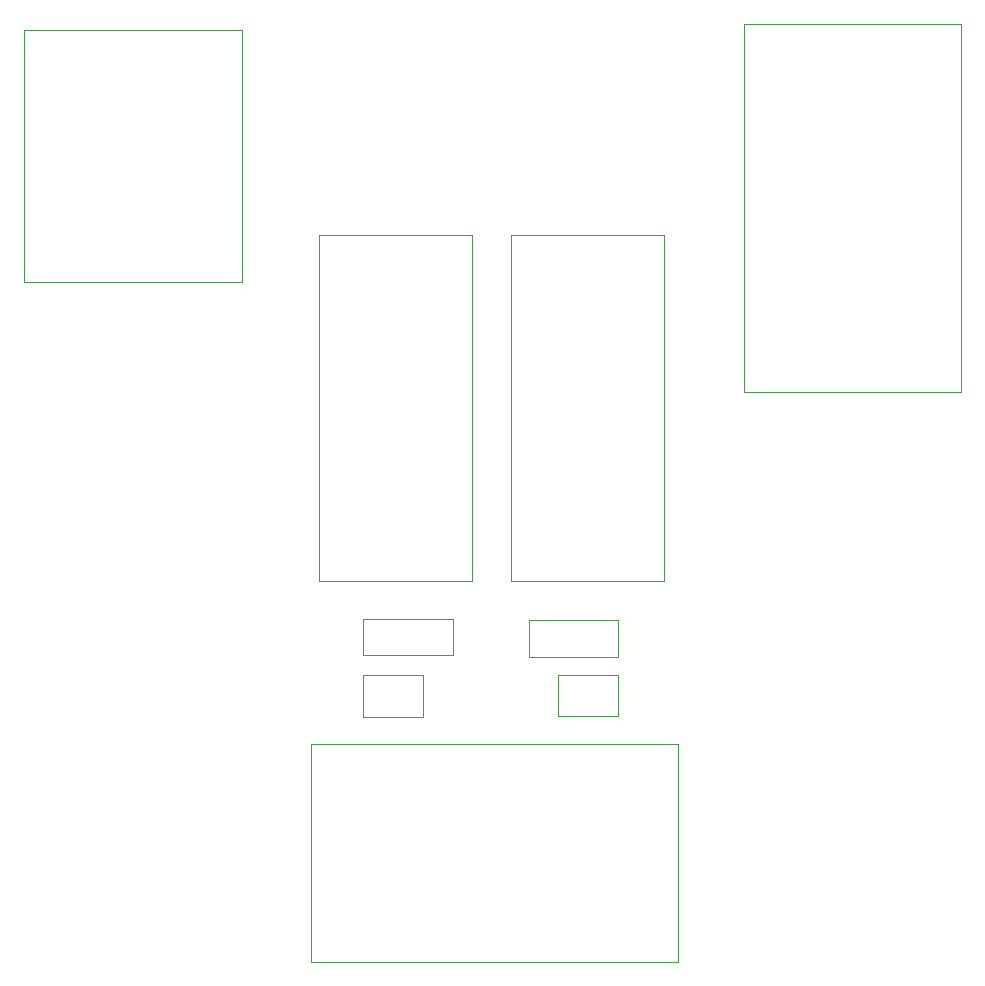
<source format=gbr>
%TF.GenerationSoftware,KiCad,Pcbnew,7.0.7+dfsg-1*%
%TF.CreationDate,2023-09-26T20:47:21-04:00*%
%TF.ProjectId,Relaybox,52656c61-7962-46f7-982e-6b696361645f,v1*%
%TF.SameCoordinates,Original*%
%TF.FileFunction,Other,User*%
%FSLAX46Y46*%
G04 Gerber Fmt 4.6, Leading zero omitted, Abs format (unit mm)*
G04 Created by KiCad (PCBNEW 7.0.7+dfsg-1) date 2023-09-26 20:47:21*
%MOMM*%
%LPD*%
G01*
G04 APERTURE LIST*
%ADD10C,0.050000*%
%ADD11C,0.100000*%
G04 APERTURE END LIST*
D10*
%TO.C,C2*%
X122400000Y-119300000D02*
X122400000Y-122800000D01*
X122400000Y-122800000D02*
X127500000Y-122800000D01*
X127500000Y-119300000D02*
X122400000Y-119300000D01*
X127500000Y-122800000D02*
X127500000Y-119300000D01*
D11*
%TO.C,J3*%
X156552500Y-64200000D02*
X138137500Y-64200000D01*
X138137500Y-64200000D02*
X138137500Y-95315000D01*
X138137500Y-95315000D02*
X156552500Y-95315000D01*
X156552500Y-95315000D02*
X156552500Y-64200000D01*
%TO.C,J2*%
X77192500Y-86068000D02*
X95607500Y-86068000D01*
X95607500Y-86068000D02*
X95607500Y-64732000D01*
X95607500Y-64732000D02*
X77192500Y-64732000D01*
X77192500Y-64732000D02*
X77192500Y-86068000D01*
D10*
%TO.C,K2*%
X131400000Y-111350000D02*
X131400000Y-82050000D01*
X131400000Y-82050000D02*
X118400000Y-82050000D01*
X118400000Y-111350000D02*
X131400000Y-111350000D01*
X118400000Y-82050000D02*
X118400000Y-111350000D01*
D11*
%TO.C,J1*%
X132600000Y-143602500D02*
X101485000Y-143602500D01*
X101485000Y-143602500D02*
X101485000Y-125187500D01*
X101485000Y-125187500D02*
X132600000Y-125187500D01*
X132600000Y-125187500D02*
X132600000Y-143602500D01*
D10*
%TO.C,D1*%
X105910000Y-114550000D02*
X105910000Y-117650000D01*
X105910000Y-117650000D02*
X113490000Y-117650000D01*
X113490000Y-114550000D02*
X105910000Y-114550000D01*
X113490000Y-117650000D02*
X113490000Y-114550000D01*
%TO.C,C1*%
X110950000Y-122850000D02*
X110950000Y-119350000D01*
X110950000Y-119350000D02*
X105850000Y-119350000D01*
X105850000Y-122850000D02*
X110950000Y-122850000D01*
X105850000Y-119350000D02*
X105850000Y-122850000D01*
%TO.C,D2*%
X127490000Y-117750000D02*
X127490000Y-114650000D01*
X127490000Y-114650000D02*
X119910000Y-114650000D01*
X119910000Y-117750000D02*
X127490000Y-117750000D01*
X119910000Y-114650000D02*
X119910000Y-117750000D01*
%TO.C,K1*%
X115150000Y-111350000D02*
X115150000Y-82050000D01*
X115150000Y-82050000D02*
X102150000Y-82050000D01*
X102150000Y-111350000D02*
X115150000Y-111350000D01*
X102150000Y-82050000D02*
X102150000Y-111350000D01*
%TD*%
M02*

</source>
